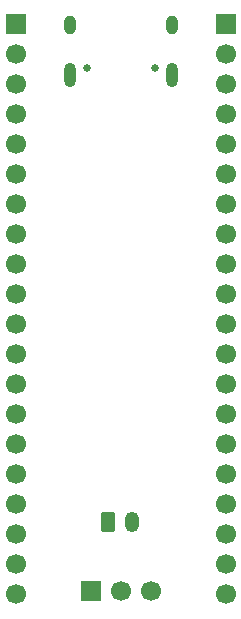
<source format=gbr>
%TF.GenerationSoftware,KiCad,Pcbnew,9.0.6*%
%TF.CreationDate,2026-01-01T23:14:18-05:00*%
%TF.ProjectId,rp2040 better,72703230-3430-4206-9265-747465722e6b,rev?*%
%TF.SameCoordinates,Original*%
%TF.FileFunction,Soldermask,Bot*%
%TF.FilePolarity,Negative*%
%FSLAX46Y46*%
G04 Gerber Fmt 4.6, Leading zero omitted, Abs format (unit mm)*
G04 Created by KiCad (PCBNEW 9.0.6) date 2026-01-01 23:14:18*
%MOMM*%
%LPD*%
G01*
G04 APERTURE LIST*
G04 Aperture macros list*
%AMRoundRect*
0 Rectangle with rounded corners*
0 $1 Rounding radius*
0 $2 $3 $4 $5 $6 $7 $8 $9 X,Y pos of 4 corners*
0 Add a 4 corners polygon primitive as box body*
4,1,4,$2,$3,$4,$5,$6,$7,$8,$9,$2,$3,0*
0 Add four circle primitives for the rounded corners*
1,1,$1+$1,$2,$3*
1,1,$1+$1,$4,$5*
1,1,$1+$1,$6,$7*
1,1,$1+$1,$8,$9*
0 Add four rect primitives between the rounded corners*
20,1,$1+$1,$2,$3,$4,$5,0*
20,1,$1+$1,$4,$5,$6,$7,0*
20,1,$1+$1,$6,$7,$8,$9,0*
20,1,$1+$1,$8,$9,$2,$3,0*%
G04 Aperture macros list end*
%ADD10O,1.000000X1.600000*%
%ADD11O,1.000000X2.100000*%
%ADD12C,0.650000*%
%ADD13C,1.700000*%
%ADD14R,1.700000X1.700000*%
%ADD15O,1.200000X1.750000*%
%ADD16RoundRect,0.250000X-0.350000X-0.625000X0.350000X-0.625000X0.350000X0.625000X-0.350000X0.625000X0*%
G04 APERTURE END LIST*
D10*
%TO.C,J1*%
X196430000Y-55450000D03*
D11*
X196430000Y-59630000D03*
D10*
X205070000Y-55450000D03*
D11*
X205070000Y-59630000D03*
D12*
X197860000Y-59100000D03*
X203640000Y-59100000D03*
%TD*%
D13*
%TO.C,J3*%
X191860000Y-103630000D03*
X191860000Y-101090000D03*
X191860000Y-98550000D03*
X191860000Y-96010000D03*
X191860000Y-93470000D03*
X191860000Y-90930000D03*
X191860000Y-88390000D03*
X191860000Y-85850000D03*
X191860000Y-83310000D03*
X191860000Y-80770000D03*
X191860000Y-78230000D03*
X191860000Y-75690000D03*
X191860000Y-73150000D03*
X191860000Y-70610000D03*
X191860000Y-68070000D03*
X191860000Y-65530000D03*
X191860000Y-62990000D03*
X191860000Y-60450000D03*
X191860000Y-57910000D03*
D14*
X191860000Y-55370000D03*
%TD*%
D13*
%TO.C,J4*%
X209640000Y-103630000D03*
X209640000Y-101090000D03*
X209640000Y-98550000D03*
X209640000Y-96010000D03*
X209640000Y-93470000D03*
X209640000Y-90930000D03*
X209640000Y-88390000D03*
X209640000Y-85850000D03*
X209640000Y-83310000D03*
X209640000Y-80770000D03*
X209640000Y-78230000D03*
X209640000Y-75690000D03*
X209640000Y-73150000D03*
X209640000Y-70610000D03*
X209640000Y-68070000D03*
X209640000Y-65530000D03*
X209640000Y-62990000D03*
X209640000Y-60450000D03*
X209640000Y-57910000D03*
D14*
X209640000Y-55370000D03*
%TD*%
D15*
%TO.C,J2*%
X201700000Y-97550000D03*
D16*
X199700000Y-97550000D03*
%TD*%
D13*
%TO.C,J5*%
X203290000Y-103390000D03*
X200750000Y-103390000D03*
D14*
X198210000Y-103390000D03*
%TD*%
M02*

</source>
